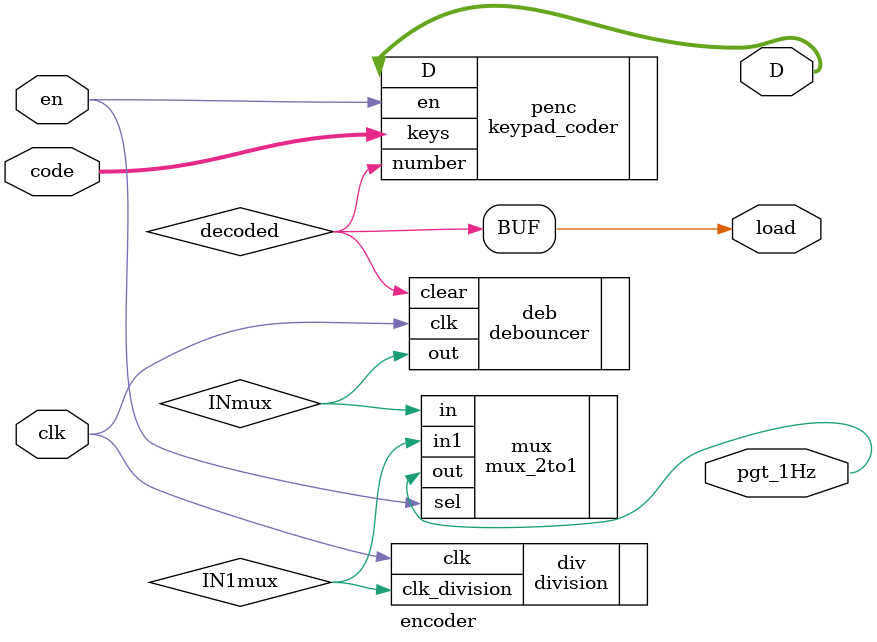
<source format=v>
module encoder(code, clk, en, D, pgt_1Hz, load);
  input wire [9:0] code;
  input wire clk, en;
  output wire [3:0] D;
  output wire pgt_1Hz, load;
  wire decoded, INmux, IN1mux;
  
  // modules
  keypad_coder penc(.keys(code), .en(en), .D(D), .number(decoded));
  debouncer deb(.clk(clk), .clear(decoded), .out(INmux));
  division div(.clk(clk), .clk_division(IN1mux));
  mux_2to1 mux(.in(INmux), .in1(IN1mux), .sel(en), .out(pgt_1Hz));
  
  assign load = decoded;
endmodule

</source>
